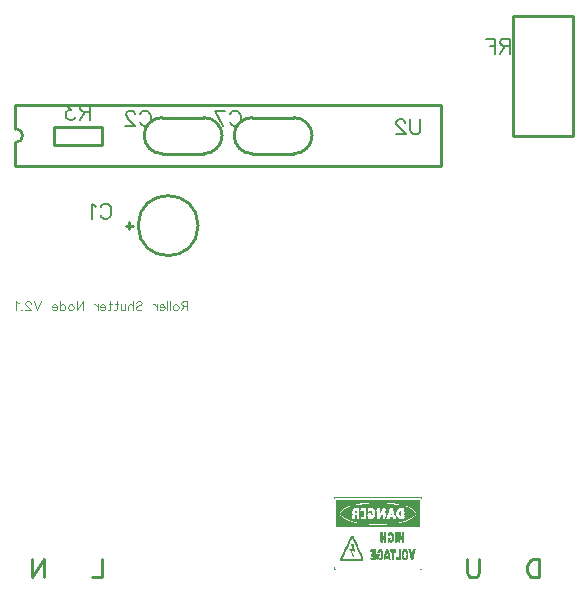
<source format=gbr>
G04 DipTrace 3.0.0.1*
G04 BottomSilk.gbr*
%MOIN*%
G04 #@! TF.FileFunction,Legend,Bot*
G04 #@! TF.Part,Single*
%ADD10C,0.009843*%
%ADD12C,0.002992*%
%ADD74C,0.00772*%
%ADD75C,0.004632*%
%ADD76C,0.009264*%
%FSLAX26Y26*%
G04*
G70*
G90*
G75*
G01*
G04 BotSilk*
%LPD*%
X863820Y1605521D2*
D10*
Y1581881D1*
X852001Y1593701D2*
X875614D1*
X893765D2*
G02X893765Y1593701I99965J0D01*
G01*
X973761Y1953701D2*
X1113641D1*
X973761Y1833701D2*
X1113641D1*
Y1953701D2*
G02X1113641Y1833701I60J-60000D01*
G01*
X973761D2*
G02X973761Y1953701I-60J60000D01*
G01*
X1413641Y1833701D2*
X1273761D1*
X1413641Y1953701D2*
X1273761D1*
Y1833701D2*
G02X1273761Y1953701I-60J60000D01*
G01*
X1413641D2*
G02X1413641Y1833701I60J-60000D01*
G01*
X613551Y1863701D2*
Y1923701D1*
X773851Y1863701D2*
X613551D1*
X773851D2*
Y1923701D1*
X613551D1*
X2343701Y2293701D2*
Y1893701D1*
X2143701Y2293701D2*
Y1893701D1*
X2343701Y2293701D2*
X2143701D1*
X2343701Y1893701D2*
X2143701D1*
X485039Y1996065D2*
X1902362D1*
X485039Y1791337D2*
X1902362D1*
Y1996065D2*
Y1791337D1*
X485039Y1996065D2*
Y1917332D1*
Y1791337D2*
Y1870070D1*
Y1917332D2*
G02X485039Y1870070I-103J-23631D01*
G01*
X1549685Y690709D2*
D12*
X1833937D1*
X1548095Y687717D2*
X1549685D1*
X1833937D2*
X1835527D1*
X1546693Y684724D2*
D3*
X1836929D2*
D3*
X1552677Y678740D2*
X1830945D1*
X1552677Y675748D2*
X1830945D1*
X1552677Y672756D2*
X1830945D1*
X1552677Y669764D2*
X1624728D1*
X1672334D2*
X1669370D1*
X1675354D2*
X1711288D1*
X1757844D2*
X1830945D1*
X1552677Y666772D2*
X1613655D1*
X1648869D2*
X1734753D1*
X1769925D2*
X1830945D1*
X1552677Y663780D2*
X1603736D1*
X1630000D2*
X1753622D1*
X1780060D2*
X1830945D1*
X1552677Y660787D2*
X1595027D1*
X1615432D2*
X1768190D1*
X1788637D2*
X1830945D1*
X1552677Y657795D2*
X1587416D1*
X1604229D2*
X1779393D1*
X1795904D2*
X1830945D1*
X1552677Y654803D2*
X1580986D1*
X1595240D2*
X1788382D1*
X1801955D2*
X1830945D1*
X1552677Y651811D2*
X1575783D1*
X1587920D2*
X1609653D1*
X1630472D2*
X1634052D1*
X1654409D2*
X1657402D1*
X1678221D2*
X1687911D1*
X1699291D2*
X1705750D1*
X1717244D2*
X1728750D1*
X1744185D2*
X1759146D1*
X1779369D2*
X1795702D1*
X1807086D2*
X1830945D1*
X1552677Y648819D2*
X1571705D1*
X1582194D2*
X1607161D1*
X1630472D2*
X1632291D1*
X1654409D2*
X1657402D1*
X1680713D2*
X1686173D1*
X1699291D2*
X1703614D1*
X1720236D2*
X1728008D1*
X1744290D2*
X1756270D1*
X1781119D2*
X1801428D1*
X1811401D2*
X1830945D1*
X1552677Y645827D2*
X1568611D1*
X1577744D2*
X1605396D1*
X1630472D2*
X1631221D1*
X1654409D2*
X1657402D1*
X1682489D2*
X1685003D1*
X1699291D2*
X1701866D1*
X1718867D2*
X1727222D1*
X1744671D2*
X1753776D1*
X1780825D2*
X1805878D1*
X1814737D2*
X1830945D1*
X1552677Y642835D2*
X1566395D1*
X1574047D2*
X1604217D1*
X1615512D2*
X1618504D1*
X1630472D2*
X1642441D1*
X1654409D2*
X1657402D1*
X1663386D2*
X1669370D1*
X1683499D2*
X1685190D1*
X1699291D2*
X1700467D1*
X1718121D2*
X1726593D1*
X1745400D2*
X1751999D1*
X1765118D2*
X1768110D1*
X1780079D2*
X1809575D1*
X1817113D2*
X1830945D1*
X1552677Y639843D2*
X1564646D1*
X1570630D2*
X1604304D1*
X1615512D2*
X1618504D1*
X1630472D2*
X1642441D1*
X1654409D2*
X1670394D1*
X1683988D2*
X1686048D1*
X1699291D2*
D3*
X1717861D2*
X1725922D1*
X1746272D2*
X1750989D1*
X1764119D2*
X1768110D1*
X1783071D2*
X1812992D1*
X1818976D2*
X1830945D1*
X1552677Y636850D2*
X1604756D1*
X1630472D2*
X1633465D1*
X1654409D2*
X1657990D1*
X1669370D2*
X1671292D1*
X1684198D2*
X1687323D1*
X1718899D2*
X1724973D1*
X1747187D2*
X1750501D1*
X1763189D2*
X1768110D1*
X1780079D2*
X1830945D1*
X1552677Y633858D2*
X1605071D1*
X1630472D2*
X1633465D1*
X1654409D2*
X1656240D1*
X1672362D2*
X1671905D1*
X1684282D2*
X1684331D1*
X1720236D2*
X1723772D1*
X1735197D2*
D3*
X1748286D2*
X1750290D1*
X1763327D2*
X1768110D1*
X1783071D2*
X1830945D1*
X1552677Y630866D2*
X1604848D1*
X1618504D2*
D3*
X1630472D2*
X1642441D1*
X1654409D2*
X1655249D1*
X1669370D2*
X1672362D1*
X1684290D2*
X1687323D1*
X1705276D2*
D3*
X1719059D2*
X1722501D1*
X1735197D2*
D3*
X1749562D2*
X1750203D1*
X1765427D2*
X1768110D1*
X1780079D2*
X1830945D1*
X1552677Y627874D2*
X1564760D1*
X1572709D2*
X1604348D1*
X1617123D2*
X1618504D1*
X1630472D2*
X1642441D1*
X1654409D2*
X1654877D1*
X1684074D2*
X1686064D1*
X1703788D2*
X1705276D1*
X1718996D2*
X1721335D1*
X1750853D2*
X1750157D1*
X1768110D2*
D3*
X1783071D2*
X1810913D1*
X1818862D2*
X1830945D1*
X1552677Y624882D2*
X1568147D1*
X1577326D2*
X1603947D1*
X1616260D2*
X1618504D1*
X1630472D2*
D3*
X1654409D2*
X1655129D1*
X1683535D2*
X1685315D1*
X1702122D2*
X1705276D1*
X1718748D2*
X1720219D1*
X1751926D2*
X1753150D1*
X1780079D2*
X1806296D1*
X1815475D2*
X1830945D1*
X1552677Y621890D2*
X1571985D1*
X1582248D2*
X1603707D1*
X1615803D2*
X1618504D1*
X1630472D2*
X1631875D1*
X1654409D2*
X1656066D1*
X1681204D2*
X1686145D1*
X1700611D2*
X1705276D1*
X1718055D2*
X1718848D1*
X1732205D2*
X1741181D1*
X1752633D2*
X1756142D1*
X1783071D2*
X1801374D1*
X1811637D2*
X1830945D1*
X1552677Y618898D2*
X1576359D1*
X1588317D2*
X1603543D1*
X1615512D2*
X1618504D1*
X1630472D2*
X1633465D1*
X1654409D2*
X1657402D1*
X1678346D2*
X1687323D1*
X1699291D2*
X1705276D1*
X1717244D2*
D3*
X1732205D2*
X1741181D1*
X1753150D2*
X1759134D1*
X1780079D2*
X1795305D1*
X1807274D2*
X1830945D1*
X1552677Y615906D2*
X1581586D1*
X1595579D2*
X1788043D1*
X1802141D2*
X1830945D1*
X1552677Y612913D2*
X1588076D1*
X1604152D2*
X1779470D1*
X1795927D2*
X1830945D1*
X1552677Y609921D2*
X1595938D1*
X1615044D2*
X1768578D1*
X1788401D2*
X1830945D1*
X1552677Y606929D2*
X1605498D1*
X1629642D2*
X1753980D1*
X1778891D2*
X1830945D1*
X1552677Y603937D2*
X1617624D1*
X1648353D2*
X1735269D1*
X1766520D2*
X1830945D1*
X1552677Y600945D2*
X1632859D1*
X1669370D2*
D3*
X1678346D2*
X1702283D1*
X1714252D2*
D3*
X1751039D2*
X1830945D1*
X1552677Y597953D2*
X1650582D1*
X1733155D2*
X1830945D1*
X1552677Y594961D2*
X1830945D1*
X1552677Y591969D2*
X1830945D1*
X1699291Y571024D2*
X1705276D1*
X1714252D2*
X1717244D1*
X1729213D2*
X1738189D1*
X1750157D2*
X1765118D1*
X1774094D2*
X1777087D1*
X1699291Y568031D2*
X1705276D1*
X1714252D2*
X1717244D1*
X1728163D2*
X1740593D1*
X1750157D2*
X1765118D1*
X1774094D2*
X1777087D1*
X1699291Y565039D2*
X1705276D1*
X1714252D2*
X1717244D1*
X1727145D2*
X1742343D1*
X1750157D2*
X1765118D1*
X1774094D2*
X1777087D1*
X1699291Y562047D2*
X1705276D1*
X1714252D2*
X1717244D1*
X1726220D2*
X1729213D1*
X1737601D2*
X1743345D1*
X1750157D2*
X1765118D1*
X1774094D2*
X1777087D1*
X1603543Y559055D2*
X1609528D1*
X1699291D2*
X1717244D1*
X1739339D2*
X1743831D1*
X1750157D2*
X1777087D1*
X1601586Y556063D2*
X1610104D1*
X1699291D2*
X1717244D1*
X1740508D2*
X1744041D1*
X1750157D2*
X1777087D1*
X1599601Y553071D2*
X1611241D1*
X1699291D2*
X1717244D1*
X1726220D2*
X1732205D1*
X1740322D2*
X1744113D1*
X1750157D2*
X1777087D1*
X1597674Y550079D2*
X1603657D1*
X1609528D2*
X1612838D1*
X1699303D2*
X1717244D1*
X1726220D2*
X1730802D1*
X1739464D2*
X1744028D1*
X1750157D2*
X1777087D1*
X1596178Y547087D2*
X1601060D1*
X1610664D2*
X1614522D1*
X1699417D2*
X1705276D1*
X1714252D2*
X1717244D1*
X1726220D2*
X1729213D1*
X1738189D2*
X1743541D1*
X1750157D2*
X1764995D1*
X1774094D2*
X1777087D1*
X1595195Y544094D2*
X1598902D1*
X1611950D2*
X1616144D1*
X1699879D2*
X1705276D1*
X1714252D2*
X1717244D1*
X1726220D2*
X1742341D1*
X1750157D2*
X1764531D1*
X1774094D2*
X1777087D1*
X1594368Y541102D2*
X1597176D1*
X1613340D2*
X1617709D1*
X1700902D2*
X1705276D1*
X1714252D2*
X1717244D1*
X1726220D2*
X1740429D1*
X1750157D2*
X1763507D1*
X1774094D2*
X1777087D1*
X1593344Y538110D2*
X1595909D1*
X1614793D2*
X1619232D1*
X1702283D2*
X1705276D1*
X1714252D2*
X1717244D1*
X1726220D2*
D3*
X1732205D2*
X1738189D1*
X1750157D2*
X1753150D1*
X1762126D2*
D3*
X1774094D2*
X1777087D1*
X1592014Y535118D2*
X1595071D1*
X1616269D2*
X1620731D1*
X1590354Y532126D2*
X1594316D1*
X1603543D2*
X1609528D1*
X1617761D2*
X1622124D1*
X1588477Y529134D2*
X1593324D1*
X1604578D2*
X1609539D1*
X1619252D2*
X1623242D1*
X1586665Y526142D2*
X1592007D1*
X1605583D2*
X1609644D1*
X1620738D2*
X1624020D1*
X1584990Y523150D2*
X1590352D1*
X1606614D2*
X1610026D1*
X1622126D2*
X1624751D1*
X1583417Y520157D2*
X1588476D1*
X1607946D2*
X1610742D1*
X1623243D2*
X1625723D1*
X1581979Y517165D2*
X1586664D1*
X1597559D2*
X1600551D1*
X1609528D2*
X1611510D1*
X1624020D2*
X1626944D1*
X1580754Y514173D2*
X1584990D1*
X1599066D2*
X1612034D1*
X1624752D2*
X1628323D1*
X1669370D2*
X1684331D1*
X1696299D2*
X1702283D1*
X1720236D2*
X1723228D1*
X1732205D2*
X1750157D1*
X1762126D2*
X1765118D1*
X1777087D2*
X1786063D1*
X1795039D2*
X1801024D1*
X1810000D2*
X1815984D1*
X1579684Y511181D2*
X1583416D1*
X1600414D2*
X1612327D1*
X1625735D2*
X1629862D1*
X1667781D2*
X1684331D1*
X1693857D2*
X1704127D1*
X1718741D2*
X1725072D1*
X1732953D2*
X1750157D1*
X1762126D2*
X1765118D1*
X1775705D2*
X1787907D1*
X1796074D2*
X1801024D1*
X1808597D2*
X1814591D1*
X1578522Y508189D2*
X1581979D1*
X1601947D2*
X1602967D1*
X1612520D2*
D3*
X1627050D2*
X1631624D1*
X1666378D2*
X1684331D1*
X1691915D2*
X1705728D1*
X1717498D2*
X1726673D1*
X1735038D2*
X1750157D1*
X1762126D2*
X1765118D1*
X1774846D2*
X1789508D1*
X1797070D2*
X1801024D1*
X1807008D2*
X1813627D1*
X1577211Y505197D2*
X1580754D1*
X1603636D2*
X1604822D1*
X1628704D2*
X1633543D1*
X1678346D2*
X1684331D1*
X1690315D2*
X1696299D1*
X1702283D2*
X1706938D1*
X1716346D2*
X1727883D1*
X1737359D2*
X1744173D1*
X1762126D2*
X1765118D1*
X1774411D2*
X1776964D1*
X1785475D2*
X1790717D1*
X1798018D2*
X1812811D1*
X1575807Y502205D2*
X1579684D1*
X1605117D2*
X1606208D1*
X1630579D2*
X1635361D1*
X1674202D2*
X1684331D1*
X1702283D2*
X1707655D1*
X1715386D2*
X1728600D1*
X1739188D2*
X1744173D1*
X1762126D2*
X1765118D1*
X1774218D2*
X1776499D1*
X1787213D2*
X1791423D1*
X1799028D2*
X1811901D1*
X1574346Y499213D2*
X1578522D1*
X1606411D2*
X1607436D1*
X1632391D2*
X1636937D1*
X1671132D2*
X1696299D1*
X1702283D2*
X1707999D1*
X1714786D2*
X1720236D1*
X1726220D2*
X1728956D1*
X1740270D2*
X1744173D1*
X1762126D2*
X1765118D1*
X1774140D2*
X1775476D1*
X1788382D2*
X1791674D1*
X1799927D2*
X1811056D1*
X1572867Y496220D2*
X1577211D1*
X1607870D2*
X1608545D1*
X1634065D2*
X1638143D1*
X1670123D2*
X1695749D1*
X1702283D2*
X1708051D1*
X1714479D2*
X1717244D1*
X1726220D2*
X1729124D1*
X1740802D2*
X1744173D1*
X1762126D2*
X1765118D1*
X1774111D2*
X1774094D1*
X1788196D2*
X1791449D1*
X1800515D2*
X1810493D1*
X1571386Y493228D2*
X1575795D1*
X1609528D2*
D3*
X1635639D2*
X1638958D1*
X1678346D2*
X1694699D1*
X1702283D2*
X1707721D1*
X1714341D2*
X1729293D1*
X1741034D2*
X1744173D1*
X1762126D2*
X1765118D1*
X1774112D2*
X1775684D1*
X1787338D2*
X1790784D1*
X1800918D2*
X1810099D1*
X1569999Y490236D2*
X1574230D1*
X1637065D2*
X1639680D1*
X1678346D2*
X1693307D1*
X1702283D2*
X1706914D1*
X1714285D2*
X1729700D1*
X1741127D2*
X1744173D1*
X1753150D2*
X1765118D1*
X1774222D2*
X1777087D1*
X1786063D2*
X1789926D1*
X1801436D2*
X1809585D1*
X1568894Y487244D2*
X1572366D1*
X1638193D2*
X1640439D1*
X1666378D2*
X1705685D1*
X1714264D2*
X1730450D1*
X1741162D2*
X1744173D1*
X1753150D2*
X1765118D1*
X1774683D2*
X1788949D1*
X1802233D2*
X1808790D1*
X1568220Y484252D2*
X1570102D1*
X1638921D2*
X1641092D1*
X1667781D2*
X1704098D1*
X1714256D2*
X1717244D1*
X1729213D2*
X1731344D1*
X1741175D2*
X1744173D1*
X1753150D2*
X1765118D1*
X1775706D2*
X1787636D1*
X1803145D2*
X1807878D1*
X1567864Y481260D2*
X1640452D1*
X1669370D2*
X1684331D1*
X1690315D2*
D3*
X1696299D2*
X1702283D1*
X1714252D2*
D3*
X1729213D2*
X1732205D1*
X1741181D2*
X1744173D1*
X1753150D2*
X1765118D1*
X1777087D2*
X1786063D1*
X1804016D2*
X1807008D1*
X1567638Y478268D2*
X1639449D1*
X1546693Y454331D2*
D3*
Y451339D2*
D3*
X1836929D2*
D3*
X1546693Y448346D2*
X1549685D1*
X1833937D2*
X1836929D1*
X1549685Y690709D2*
X1548095Y687717D1*
X1546693Y684724D1*
X1833937Y690709D2*
X1835527Y687717D1*
X1836929Y684724D1*
X1549685Y687717D2*
X1546693Y684724D1*
X1833937Y687717D2*
X1836929Y684724D1*
X1552677Y678740D2*
Y675748D1*
Y672756D1*
Y669764D1*
Y666772D1*
Y663780D1*
Y660787D1*
Y657795D1*
Y654803D1*
Y651811D1*
Y648819D1*
Y645827D1*
Y642835D1*
Y639843D1*
Y636850D1*
Y633858D1*
Y630866D1*
Y627874D1*
Y624882D1*
Y621890D1*
Y618898D1*
Y615906D1*
Y612913D1*
Y609921D1*
Y606929D1*
Y603937D1*
Y600945D1*
Y597953D1*
Y594961D1*
Y591969D1*
X1830945Y678740D2*
Y675748D1*
Y672756D1*
Y669764D1*
Y666772D1*
Y663780D1*
Y660787D1*
Y657795D1*
Y654803D1*
Y651811D1*
Y648819D1*
Y645827D1*
Y642835D1*
Y639843D1*
Y636850D1*
Y633858D1*
Y630866D1*
Y627874D1*
Y624882D1*
Y621890D1*
Y618898D1*
Y615906D1*
Y612913D1*
Y609921D1*
Y606929D1*
Y603937D1*
Y600945D1*
Y597953D1*
Y594961D1*
Y591969D1*
X1636457Y672756D2*
X1624728Y669764D1*
X1613655Y666772D1*
X1603736Y663780D1*
X1595027Y660787D1*
X1587416Y657795D1*
X1580986Y654803D1*
X1575783Y651811D1*
X1571705Y648819D1*
X1568611Y645827D1*
X1566395Y642835D1*
X1564646Y639843D1*
X1699291Y672756D2*
X1672334Y669764D1*
X1648869Y666772D1*
X1630000Y663780D1*
X1615432Y660787D1*
X1604229Y657795D1*
X1595240Y654803D1*
X1587920Y651811D1*
X1582194Y648819D1*
X1577744Y645827D1*
X1574047Y642835D1*
X1570630Y639843D1*
X1672362Y672756D2*
X1675354Y669764D1*
X1684331Y672756D2*
X1711288Y669764D1*
X1734753Y666772D1*
X1753622Y663780D1*
X1768190Y660787D1*
X1779393Y657795D1*
X1788382Y654803D1*
X1795702Y651811D1*
X1801428Y648819D1*
X1805878Y645827D1*
X1809575Y642835D1*
X1812992Y639843D1*
X1744173Y672756D2*
X1757844Y669764D1*
X1769925Y666772D1*
X1780060Y663780D1*
X1788637Y660787D1*
X1795904Y657795D1*
X1801955Y654803D1*
X1807086Y651811D1*
X1811401Y648819D1*
X1814737Y645827D1*
X1817113Y642835D1*
X1818976Y639843D1*
X1612520Y654803D2*
X1609653Y651811D1*
X1607161Y648819D1*
X1605396Y645827D1*
X1604217Y642835D1*
X1604304Y639843D1*
X1604756Y636850D1*
X1605071Y633858D1*
X1604848Y630866D1*
X1604348Y627874D1*
X1603947Y624882D1*
X1603707Y621890D1*
X1603543Y618898D1*
X1630472Y654803D2*
Y651811D1*
Y648819D1*
Y645827D1*
Y642835D1*
Y639843D1*
Y636850D1*
Y633858D1*
Y630866D1*
Y627874D1*
Y624882D1*
Y621890D1*
Y618898D1*
X1636457Y654803D2*
X1634052Y651811D1*
X1632291Y648819D1*
X1631221Y645827D1*
X1630472Y642835D1*
X1642441D1*
Y639843D1*
Y636850D1*
X1633465D1*
Y633858D1*
Y630866D1*
X1642441D1*
Y627874D1*
Y624882D1*
X1630472D1*
X1631875Y621890D1*
X1633465Y618898D1*
X1654409Y654803D2*
Y651811D1*
Y648819D1*
Y645827D1*
Y642835D1*
Y639843D1*
Y636850D1*
Y633858D1*
Y630866D1*
Y627874D1*
Y624882D1*
Y621890D1*
Y618898D1*
X1657402Y654803D2*
Y651811D1*
Y648819D1*
Y645827D1*
Y642835D1*
X1675354Y654803D2*
X1678221Y651811D1*
X1680713Y648819D1*
X1682489Y645827D1*
X1683499Y642835D1*
X1683988Y639843D1*
X1684198Y636850D1*
X1684282Y633858D1*
X1684290Y630866D1*
X1684074Y627874D1*
X1683535Y624882D1*
X1681204Y621890D1*
X1678346Y618898D1*
X1690315Y654803D2*
X1687911Y651811D1*
X1686173Y648819D1*
X1685003Y645827D1*
X1685190Y642835D1*
X1686048Y639843D1*
X1687323Y636850D1*
X1684331Y633858D1*
X1687323Y630866D1*
X1686064Y627874D1*
X1685315Y624882D1*
X1686145Y621890D1*
X1687323Y618898D1*
X1699291Y654803D2*
Y651811D1*
Y648819D1*
Y645827D1*
Y642835D1*
Y639843D1*
X1708268Y654803D2*
X1705750Y651811D1*
X1703614Y648819D1*
X1701866Y645827D1*
X1700467Y642835D1*
X1699291Y639843D1*
X1714252Y654803D2*
X1717244Y651811D1*
X1720236Y648819D1*
X1718867Y645827D1*
X1718121Y642835D1*
X1717861Y639843D1*
X1718899Y636850D1*
X1720236Y633858D1*
X1719059Y630866D1*
X1718996Y627874D1*
X1718748Y624882D1*
X1718055Y621890D1*
X1717244Y618898D1*
X1729213Y654803D2*
X1728750Y651811D1*
X1728008Y648819D1*
X1727222Y645827D1*
X1726593Y642835D1*
X1725922Y639843D1*
X1724973Y636850D1*
X1723772Y633858D1*
X1722501Y630866D1*
X1721335Y627874D1*
X1720219Y624882D1*
X1718848Y621890D1*
X1717244Y618898D1*
X1744173Y654803D2*
X1744185Y651811D1*
X1744290Y648819D1*
X1744671Y645827D1*
X1745400Y642835D1*
X1746272Y639843D1*
X1747187Y636850D1*
X1748286Y633858D1*
X1749562Y630866D1*
X1750853Y627874D1*
X1751926Y624882D1*
X1752633Y621890D1*
X1753150Y618898D1*
X1762126Y654803D2*
X1759146Y651811D1*
X1756270Y648819D1*
X1753776Y645827D1*
X1751999Y642835D1*
X1750989Y639843D1*
X1750501Y636850D1*
X1750290Y633858D1*
X1750203Y630866D1*
X1750157Y627874D1*
X1777087Y654803D2*
X1779369Y651811D1*
X1781119Y648819D1*
X1780825Y645827D1*
X1780079Y642835D1*
X1783071Y639843D1*
X1780079Y636850D1*
X1783071Y633858D1*
X1780079Y630866D1*
X1783071Y627874D1*
X1780079Y624882D1*
X1783071Y621890D1*
X1780079Y618898D1*
X1615512Y642835D2*
Y639843D1*
X1618504Y642835D2*
Y639843D1*
X1663386Y642835D2*
X1669370D2*
X1670394Y639843D1*
X1671292Y636850D1*
X1671905Y633858D1*
X1672362Y630866D1*
X1765118Y642835D2*
X1764119Y639843D1*
X1763189Y636850D1*
X1763327Y633858D1*
X1765427Y630866D1*
X1768110Y627874D1*
Y642835D2*
Y639843D1*
Y636850D1*
Y633858D1*
Y630866D1*
Y627874D1*
X1660394Y639843D2*
X1657990Y636850D1*
X1656240Y633858D1*
X1655249Y630866D1*
X1654877Y627874D1*
X1655129Y624882D1*
X1656066Y621890D1*
X1657402Y618898D1*
X1669370Y636850D2*
X1672362Y633858D1*
X1669370Y630866D1*
X1735197Y633858D2*
Y630866D1*
X1618504D2*
X1617123Y627874D1*
X1616260Y624882D1*
X1615803Y621890D1*
X1615512Y618898D1*
X1705276Y630866D2*
X1703788Y627874D1*
X1702122Y624882D1*
X1700611Y621890D1*
X1699291Y618898D1*
X1561654Y630866D2*
X1564760Y627874D1*
X1568147Y624882D1*
X1571985Y621890D1*
X1576359Y618898D1*
X1581586Y615906D1*
X1588076Y612913D1*
X1595938Y609921D1*
X1605498Y606929D1*
X1617624Y603937D1*
X1632859Y600945D1*
X1650582Y597953D1*
X1669370Y594961D1*
X1567638Y630866D2*
X1572709Y627874D1*
X1577326Y624882D1*
X1582248Y621890D1*
X1588317Y618898D1*
X1595579Y615906D1*
X1604152Y612913D1*
X1615044Y609921D1*
X1629642Y606929D1*
X1648353Y603937D1*
X1669370Y600945D1*
X1618504Y627874D2*
Y624882D1*
Y621890D1*
Y618898D1*
X1815984Y630866D2*
X1810913Y627874D1*
X1806296Y624882D1*
X1801374Y621890D1*
X1795305Y618898D1*
X1788043Y615906D1*
X1779470Y612913D1*
X1768578Y609921D1*
X1753980Y606929D1*
X1735269Y603937D1*
X1714252Y600945D1*
X1821969Y630866D2*
X1818862Y627874D1*
X1815475Y624882D1*
X1811637Y621890D1*
X1807274Y618898D1*
X1802141Y615906D1*
X1795927Y612913D1*
X1788401Y609921D1*
X1778891Y606929D1*
X1766520Y603937D1*
X1751039Y600945D1*
X1733155Y597953D1*
X1714252Y594961D1*
X1705276Y624882D2*
Y621890D1*
Y618898D1*
X1732205Y621890D2*
Y618898D1*
X1741181Y621890D2*
Y618898D1*
X1756142Y621890D2*
X1759134Y618898D1*
X1675354Y603937D2*
X1678346Y600945D1*
X1705276Y603937D2*
X1702283Y600945D1*
X1699291Y571024D2*
Y568031D1*
Y565039D1*
Y562047D1*
Y559055D1*
Y556063D1*
Y553071D1*
X1699303Y550079D1*
X1699417Y547087D1*
X1699879Y544094D1*
X1700902Y541102D1*
X1702283Y538110D1*
X1705276Y571024D2*
Y568031D1*
Y565039D1*
Y562047D1*
X1714252Y571024D2*
Y568031D1*
Y565039D1*
Y562047D1*
X1717244Y571024D2*
Y568031D1*
Y565039D1*
Y562047D1*
Y559055D1*
Y556063D1*
Y553071D1*
Y550079D1*
Y547087D1*
Y544094D1*
Y541102D1*
Y538110D1*
X1729213Y571024D2*
X1728163Y568031D1*
X1727145Y565039D1*
X1726220Y562047D1*
X1738189Y571024D2*
X1740593Y568031D1*
X1742343Y565039D1*
X1743345Y562047D1*
X1743831Y559055D1*
X1744041Y556063D1*
X1744113Y553071D1*
X1744028Y550079D1*
X1743541Y547087D1*
X1742341Y544094D1*
X1740429Y541102D1*
X1738189Y538110D1*
X1750157Y571024D2*
Y568031D1*
Y565039D1*
Y562047D1*
Y559055D1*
Y556063D1*
Y553071D1*
Y550079D1*
Y547087D1*
Y544094D1*
Y541102D1*
Y538110D1*
X1765118Y571024D2*
Y568031D1*
Y565039D1*
Y562047D1*
X1774094Y571024D2*
Y568031D1*
Y565039D1*
Y562047D1*
X1777087Y571024D2*
Y568031D1*
Y565039D1*
Y562047D1*
Y559055D1*
Y556063D1*
Y553071D1*
Y550079D1*
Y547087D1*
Y544094D1*
Y541102D1*
Y538110D1*
X1732205Y565039D2*
X1729213Y562047D1*
X1735197Y565039D2*
X1737601Y562047D1*
X1739339Y559055D1*
X1740508Y556063D1*
X1740322Y553071D1*
X1739464Y550079D1*
X1738189Y547087D1*
X1603543Y559055D2*
X1601586Y556063D1*
X1599601Y553071D1*
X1597674Y550079D1*
X1596178Y547087D1*
X1595195Y544094D1*
X1594368Y541102D1*
X1593344Y538110D1*
X1592014Y535118D1*
X1590354Y532126D1*
X1588477Y529134D1*
X1586665Y526142D1*
X1584990Y523150D1*
X1583417Y520157D1*
X1581979Y517165D1*
X1580754Y514173D1*
X1579684Y511181D1*
X1578522Y508189D1*
X1577211Y505197D1*
X1575807Y502205D1*
X1574346Y499213D1*
X1572867Y496220D1*
X1571386Y493228D1*
X1569999Y490236D1*
X1568894Y487244D1*
X1568220Y484252D1*
X1567864Y481260D1*
X1567638Y478268D1*
X1609528Y559055D2*
X1610104Y556063D1*
X1611241Y553071D1*
X1612838Y550079D1*
X1614522Y547087D1*
X1616144Y544094D1*
X1617709Y541102D1*
X1619232Y538110D1*
X1620731Y535118D1*
X1622124Y532126D1*
X1623242Y529134D1*
X1624020Y526142D1*
X1624751Y523150D1*
X1625723Y520157D1*
X1626944Y517165D1*
X1628323Y514173D1*
X1629862Y511181D1*
X1631624Y508189D1*
X1633543Y505197D1*
X1635361Y502205D1*
X1636937Y499213D1*
X1638143Y496220D1*
X1638958Y493228D1*
X1639680Y490236D1*
X1640439Y487244D1*
X1641092Y484252D1*
X1640452Y481260D1*
X1639449Y478268D1*
X1726220Y553071D2*
Y550079D1*
Y547087D1*
Y544094D1*
Y541102D1*
Y538110D1*
X1732205Y553071D2*
X1730802Y550079D1*
X1729213Y547087D1*
X1606535Y553071D2*
X1603657Y550079D1*
X1601060Y547087D1*
X1598902Y544094D1*
X1597176Y541102D1*
X1595909Y538110D1*
X1595071Y535118D1*
X1594316Y532126D1*
X1593324Y529134D1*
X1592007Y526142D1*
X1590352Y523150D1*
X1588476Y520157D1*
X1586664Y517165D1*
X1584990Y514173D1*
X1583416Y511181D1*
X1581979Y508189D1*
X1580754Y505197D1*
X1579684Y502205D1*
X1578522Y499213D1*
X1577211Y496220D1*
X1575795Y493228D1*
X1574230Y490236D1*
X1572366Y487244D1*
X1570102Y484252D1*
X1567638Y481260D1*
X1609528Y550079D2*
X1610664Y547087D1*
X1611950Y544094D1*
X1613340Y541102D1*
X1614793Y538110D1*
X1616269Y535118D1*
X1617761Y532126D1*
X1619252Y529134D1*
X1620738Y526142D1*
X1622126Y523150D1*
X1623243Y520157D1*
X1624020Y517165D1*
X1624752Y514173D1*
X1625735Y511181D1*
X1627050Y508189D1*
X1628704Y505197D1*
X1630579Y502205D1*
X1632391Y499213D1*
X1634065Y496220D1*
X1635639Y493228D1*
X1637065Y490236D1*
X1638193Y487244D1*
X1638921Y484252D1*
X1639449Y481260D1*
X1705276Y550079D2*
Y547087D1*
Y544094D1*
Y541102D1*
Y538110D1*
X1714252Y550079D2*
Y547087D1*
Y544094D1*
Y541102D1*
Y538110D1*
X1765118Y550079D2*
X1764995Y547087D1*
X1764531Y544094D1*
X1763507Y541102D1*
X1762126Y538110D1*
X1774094Y550079D2*
Y547087D1*
Y544094D1*
Y541102D1*
Y538110D1*
X1729213Y541102D2*
X1732205Y538110D1*
X1756142Y541102D2*
X1753150Y538110D1*
X1603543Y532126D2*
X1604578Y529134D1*
X1605583Y526142D1*
X1606614Y523150D1*
X1607946Y520157D1*
X1609528Y517165D1*
Y532126D2*
X1609539Y529134D1*
X1609644Y526142D1*
X1610026Y523150D1*
X1610742Y520157D1*
X1611510Y517165D1*
X1612034Y514173D1*
X1612327Y511181D1*
X1612520Y508189D1*
X1597559Y517165D2*
X1599066Y514173D1*
X1600414Y511181D1*
X1601947Y508189D1*
X1603636Y505197D1*
X1605117Y502205D1*
X1606411Y499213D1*
X1607870Y496220D1*
X1609528Y493228D1*
X1600551Y517165D2*
X1669370Y514173D2*
X1667781Y511181D1*
X1666378Y508189D1*
X1678346Y505197D1*
X1674202Y502205D1*
X1671132Y499213D1*
X1670123Y496220D1*
X1669370Y493228D1*
X1678346D1*
Y490236D1*
Y487244D1*
X1666378D1*
X1667781Y484252D1*
X1669370Y481260D1*
X1684331Y514173D2*
Y511181D1*
Y508189D1*
Y505197D1*
Y502205D1*
Y499213D1*
X1696299D1*
X1695749Y496220D1*
X1694699Y493228D1*
X1693307Y490236D1*
X1696299Y514173D2*
X1693857Y511181D1*
X1691915Y508189D1*
X1690315Y505197D1*
X1702283Y514173D2*
X1704127Y511181D1*
X1705728Y508189D1*
X1706938Y505197D1*
X1707655Y502205D1*
X1707999Y499213D1*
X1708051Y496220D1*
X1707721Y493228D1*
X1706914Y490236D1*
X1705685Y487244D1*
X1704098Y484252D1*
X1702283Y481260D1*
X1720236Y514173D2*
X1718741Y511181D1*
X1717498Y508189D1*
X1716346Y505197D1*
X1715386Y502205D1*
X1714786Y499213D1*
X1714479Y496220D1*
X1714341Y493228D1*
X1714285Y490236D1*
X1714264Y487244D1*
X1714256Y484252D1*
X1714252Y481260D1*
X1723228Y514173D2*
X1725072Y511181D1*
X1726673Y508189D1*
X1727883Y505197D1*
X1728600Y502205D1*
X1728956Y499213D1*
X1729124Y496220D1*
X1729293Y493228D1*
X1729700Y490236D1*
X1730450Y487244D1*
X1731344Y484252D1*
X1732205Y481260D1*
Y514173D2*
X1732953Y511181D1*
X1735038Y508189D1*
X1737359Y505197D1*
X1739188Y502205D1*
X1740270Y499213D1*
X1740802Y496220D1*
X1741034Y493228D1*
X1741127Y490236D1*
X1741162Y487244D1*
X1741175Y484252D1*
X1741181Y481260D1*
X1750157Y514173D2*
Y511181D1*
Y508189D1*
Y505197D1*
X1744173D1*
Y502205D1*
Y499213D1*
Y496220D1*
Y493228D1*
Y490236D1*
Y487244D1*
Y484252D1*
Y481260D1*
X1762126Y514173D2*
Y511181D1*
Y508189D1*
Y505197D1*
Y502205D1*
Y499213D1*
Y496220D1*
Y493228D1*
Y490236D1*
X1753150D1*
Y487244D1*
Y484252D1*
Y481260D1*
X1765118Y514173D2*
Y511181D1*
Y508189D1*
Y505197D1*
Y502205D1*
Y499213D1*
Y496220D1*
Y493228D1*
Y490236D1*
Y487244D1*
Y484252D1*
Y481260D1*
X1777087Y514173D2*
X1775705Y511181D1*
X1774846Y508189D1*
X1774411Y505197D1*
X1774218Y502205D1*
X1774140Y499213D1*
X1774111Y496220D1*
X1774112Y493228D1*
X1774222Y490236D1*
X1774683Y487244D1*
X1775706Y484252D1*
X1777087Y481260D1*
X1786063Y514173D2*
X1787907Y511181D1*
X1789508Y508189D1*
X1790717Y505197D1*
X1791423Y502205D1*
X1791674Y499213D1*
X1791449Y496220D1*
X1790784Y493228D1*
X1789926Y490236D1*
X1788949Y487244D1*
X1787636Y484252D1*
X1786063Y481260D1*
X1795039Y514173D2*
X1796074Y511181D1*
X1797070Y508189D1*
X1798018Y505197D1*
X1799028Y502205D1*
X1799927Y499213D1*
X1800515Y496220D1*
X1800918Y493228D1*
X1801436Y490236D1*
X1802233Y487244D1*
X1803145Y484252D1*
X1804016Y481260D1*
X1801024Y514173D2*
Y511181D1*
Y508189D1*
X1810000Y514173D2*
X1808597Y511181D1*
X1807008Y508189D1*
X1815984Y514173D2*
X1814591Y511181D1*
X1813627Y508189D1*
X1812811Y505197D1*
X1811901Y502205D1*
X1811056Y499213D1*
X1810493Y496220D1*
X1810099Y493228D1*
X1809585Y490236D1*
X1808790Y487244D1*
X1807878Y484252D1*
X1807008Y481260D1*
X1600551Y511181D2*
X1602967Y508189D1*
X1604822Y505197D1*
X1606208Y502205D1*
X1607436Y499213D1*
X1608545Y496220D1*
X1609528Y493228D1*
X1699291Y508189D2*
X1696299Y505197D1*
X1702283Y508189D2*
Y505197D1*
Y502205D1*
Y499213D1*
Y496220D1*
Y493228D1*
Y490236D1*
X1777087Y508189D2*
X1776964Y505197D1*
X1776499Y502205D1*
X1775476Y499213D1*
X1774094Y496220D1*
X1775684Y493228D1*
X1777087Y490236D1*
X1783071Y508189D2*
X1785475Y505197D1*
X1787213Y502205D1*
X1788382Y499213D1*
X1788196Y496220D1*
X1787338Y493228D1*
X1786063Y490236D1*
X1723228Y502205D2*
X1720236Y499213D1*
X1717244Y496220D1*
X1726220Y502205D2*
Y499213D1*
Y496220D1*
X1720236Y487244D2*
X1717244Y484252D1*
X1714252Y481260D1*
X1729213Y484252D2*
Y481260D1*
X1687323Y484252D2*
X1684331Y481260D1*
X1687323Y484252D2*
X1690315Y481260D1*
X1693307Y484252D2*
X1696299Y481260D1*
X1546693Y454331D2*
Y451339D1*
Y448346D1*
X1836929Y451339D2*
X1833937Y448346D1*
X1549685D2*
X1836929D2*
X768629Y1654986D2*
D74*
X771006Y1659739D1*
X775814Y1664547D1*
X780567Y1666924D1*
X790129D1*
X794937Y1664547D1*
X799691Y1659739D1*
X802123Y1654986D1*
X804499Y1647801D1*
Y1635807D1*
X802123Y1628677D1*
X799691Y1623869D1*
X794937Y1619116D1*
X790129Y1616684D1*
X780567D1*
X775814Y1619116D1*
X771006Y1623869D1*
X768629Y1628677D1*
X753190Y1657307D2*
X748381Y1659739D1*
X741196Y1666869D1*
Y1616684D1*
X900232Y1964986D2*
X902609Y1969739D1*
X907417Y1974547D1*
X912170Y1976924D1*
X921732D1*
X926540Y1974547D1*
X931294Y1969739D1*
X933725Y1964986D1*
X936102Y1957801D1*
Y1945807D1*
X933725Y1938677D1*
X931294Y1933869D1*
X926540Y1929116D1*
X921732Y1926684D1*
X912170D1*
X907417Y1929116D1*
X902609Y1933869D1*
X900232Y1938677D1*
X882361Y1964930D2*
Y1967307D1*
X879984Y1972115D1*
X877608Y1974492D1*
X872799Y1976869D1*
X863238D1*
X858485Y1974492D1*
X856108Y1972115D1*
X853676Y1967307D1*
Y1962554D1*
X856108Y1957745D1*
X860861Y1950616D1*
X884793Y1926684D1*
X851300D1*
X1200232Y1964986D2*
X1202609Y1969739D1*
X1207417Y1974547D1*
X1212170Y1976924D1*
X1221732D1*
X1226540Y1974547D1*
X1231294Y1969739D1*
X1233725Y1964986D1*
X1236102Y1957801D1*
Y1945807D1*
X1233725Y1938677D1*
X1231294Y1933869D1*
X1226540Y1929116D1*
X1221732Y1926684D1*
X1212170D1*
X1207417Y1929116D1*
X1202609Y1933869D1*
X1200232Y1938677D1*
X1175231Y1926684D2*
X1151300Y1976869D1*
X1184793D1*
X734914Y1972992D2*
X713414D1*
X706229Y1975424D1*
X703797Y1977801D1*
X701420Y1982554D1*
Y1987362D1*
X703797Y1992115D1*
X706229Y1994547D1*
X713414Y1996924D1*
X734914D1*
Y1946684D1*
X718167Y1972992D2*
X701420Y1946684D1*
X681173Y1996869D2*
X654920D1*
X669234Y1977745D1*
X662049D1*
X657296Y1975369D1*
X654920Y1972992D1*
X652488Y1965807D1*
Y1961054D1*
X654920Y1953869D1*
X659673Y1949060D1*
X666858Y1946684D1*
X674043D1*
X681173Y1949060D1*
X683549Y1951492D1*
X685981Y1956245D1*
X2133725Y2192992D2*
X2112226D1*
X2105041Y2195424D1*
X2102609Y2197801D1*
X2100232Y2202554D1*
Y2207362D1*
X2102609Y2212115D1*
X2105041Y2214547D1*
X2112226Y2216924D1*
X2133725D1*
Y2166684D1*
X2116979Y2192992D2*
X2100232Y2166684D1*
X2053676Y2216924D2*
X2084793D1*
Y2166684D1*
Y2192992D2*
X2065670D1*
X1834914Y1948420D2*
Y1912550D1*
X1832537Y1905365D1*
X1827729Y1900612D1*
X1820544Y1898180D1*
X1815790D1*
X1808605Y1900612D1*
X1803797Y1905365D1*
X1801420Y1912550D1*
Y1948420D1*
X1783549Y1936426D2*
Y1938803D1*
X1781173Y1943611D1*
X1778796Y1945988D1*
X1773988Y1948365D1*
X1764426D1*
X1759673Y1945988D1*
X1757296Y1943611D1*
X1754864Y1938803D1*
Y1934050D1*
X1757296Y1929241D1*
X1762049Y1922112D1*
X1785981Y1898180D1*
X1752488D1*
X1058179Y1326886D2*
D75*
X1045279D1*
X1040968Y1328345D1*
X1039509Y1329771D1*
X1038083Y1332623D1*
Y1335508D1*
X1039509Y1338360D1*
X1040968Y1339819D1*
X1045279Y1341245D1*
X1058179D1*
Y1311101D1*
X1048131Y1326886D2*
X1038083Y1311101D1*
X1021657Y1331197D2*
X1024509Y1329771D1*
X1027394Y1326886D1*
X1028820Y1322575D1*
Y1319723D1*
X1027394Y1315412D1*
X1024509Y1312560D1*
X1021657Y1311101D1*
X1017346D1*
X1014461Y1312560D1*
X1011609Y1315412D1*
X1010150Y1319723D1*
Y1322575D1*
X1011609Y1326886D1*
X1014461Y1329771D1*
X1017346Y1331197D1*
X1021657D1*
X1000886Y1341245D2*
Y1311101D1*
X991623Y1341245D2*
Y1311101D1*
X982359Y1322575D2*
X965148D1*
Y1325460D1*
X966574Y1328345D1*
X968000Y1329771D1*
X970885Y1331197D1*
X975196D1*
X978048Y1329771D1*
X980933Y1326886D1*
X982359Y1322575D1*
Y1319723D1*
X980933Y1315412D1*
X978048Y1312560D1*
X975196Y1311101D1*
X970885D1*
X968000Y1312560D1*
X965148Y1315412D1*
X955885Y1331197D2*
Y1311101D1*
Y1322575D2*
X954425Y1326886D1*
X951573Y1329771D1*
X948688Y1331197D1*
X944377D1*
X885857Y1336934D2*
X888709Y1339819D1*
X893020Y1341245D1*
X898757D1*
X903068Y1339819D1*
X905953Y1336934D1*
Y1334082D1*
X904494Y1331197D1*
X903068Y1329771D1*
X900216Y1328345D1*
X891594Y1325460D1*
X888709Y1324034D1*
X887283Y1322575D1*
X885857Y1319723D1*
Y1315412D1*
X888709Y1312560D1*
X893020Y1311101D1*
X898757D1*
X903068Y1312560D1*
X905953Y1315412D1*
X876594Y1341245D2*
Y1311101D1*
Y1325460D2*
X872283Y1329771D1*
X869398Y1331197D1*
X865087D1*
X862235Y1329771D1*
X860809Y1325460D1*
Y1311101D1*
X851545Y1331197D2*
Y1316838D1*
X850119Y1312560D1*
X847234Y1311101D1*
X842923D1*
X840071Y1312560D1*
X835760Y1316838D1*
Y1331197D2*
Y1311101D1*
X822186Y1341245D2*
Y1316838D1*
X820760Y1312560D1*
X817875Y1311101D1*
X815023D1*
X826497Y1331197D2*
X816449D1*
X801448Y1341245D2*
Y1316838D1*
X800022Y1312560D1*
X797137Y1311101D1*
X794285D1*
X805759Y1331197D2*
X795711D1*
X785022Y1322575D2*
X767811D1*
Y1325460D1*
X769237Y1328345D1*
X770663Y1329771D1*
X773548Y1331197D1*
X777859D1*
X780711Y1329771D1*
X783596Y1326886D1*
X785022Y1322575D1*
Y1319723D1*
X783596Y1315412D1*
X780711Y1312560D1*
X777859Y1311101D1*
X773548D1*
X770663Y1312560D1*
X767811Y1315412D1*
X758547Y1331197D2*
Y1311101D1*
Y1322575D2*
X757088Y1326886D1*
X754236Y1329771D1*
X751351Y1331197D1*
X747040D1*
X688520Y1341245D2*
Y1311101D1*
X708616Y1341245D1*
Y1311101D1*
X672093Y1331197D2*
X674945Y1329771D1*
X677830Y1326886D1*
X679256Y1322575D1*
Y1319723D1*
X677830Y1315412D1*
X674945Y1312560D1*
X672093Y1311101D1*
X667782D1*
X664897Y1312560D1*
X662045Y1315412D1*
X660586Y1319723D1*
Y1322575D1*
X662045Y1326886D1*
X664897Y1329771D1*
X667782Y1331197D1*
X672093D1*
X634112Y1341245D2*
Y1311101D1*
Y1326886D2*
X636964Y1329771D1*
X639849Y1331197D1*
X644160D1*
X647012Y1329771D1*
X649897Y1326886D1*
X651323Y1322575D1*
Y1319723D1*
X649897Y1315412D1*
X647012Y1312560D1*
X644160Y1311101D1*
X639849D1*
X636964Y1312560D1*
X634112Y1315412D1*
X624848Y1322575D2*
X607637D1*
Y1325460D1*
X609063Y1328345D1*
X610489Y1329771D1*
X613374Y1331197D1*
X617685D1*
X620537Y1329771D1*
X623422Y1326886D1*
X624848Y1322575D1*
Y1319723D1*
X623422Y1315412D1*
X620537Y1312560D1*
X617685Y1311101D1*
X613374D1*
X610489Y1312560D1*
X607637Y1315412D1*
X569213Y1341245D2*
X557739Y1311101D1*
X546265Y1341245D1*
X535543Y1334049D2*
Y1335475D1*
X534117Y1338360D1*
X532691Y1339786D1*
X529806Y1341212D1*
X524069D1*
X521217Y1339786D1*
X519791Y1338360D1*
X518332Y1335475D1*
Y1332623D1*
X519791Y1329738D1*
X522643Y1325460D1*
X537002Y1311101D1*
X516906D1*
X506216Y1313986D2*
X507642Y1312527D1*
X506216Y1311101D1*
X504757Y1312527D1*
X506216Y1313986D1*
X495494Y1335475D2*
X492609Y1336934D1*
X488298Y1341212D1*
Y1311101D1*
X775035Y481070D2*
D76*
Y420782D1*
X740613D1*
X540613Y481070D2*
Y420782D1*
X580805Y481070D1*
Y420782D1*
X2030805Y481070D2*
Y438026D1*
X2027953Y429404D1*
X2022183Y423700D1*
X2013561Y420782D1*
X2007857D1*
X1999235Y423700D1*
X1993465Y429404D1*
X1990613Y438026D1*
Y481070D1*
X2230805D2*
Y420782D1*
X2210709D1*
X2202087Y423700D1*
X2196317Y429404D1*
X2193465Y435174D1*
X2190613Y443729D1*
Y458122D1*
X2193465Y466744D1*
X2196317Y472447D1*
X2202087Y478218D1*
X2210709Y481070D1*
X2230805D1*
M02*

</source>
